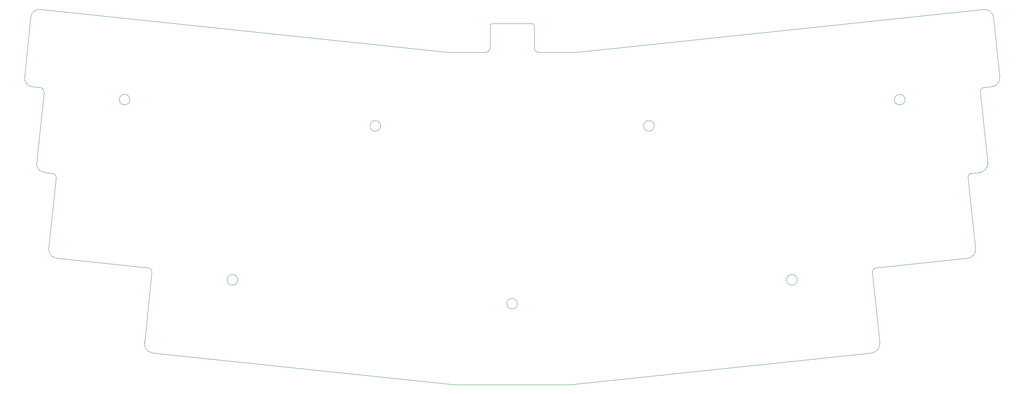
<source format=gbr>
%TF.GenerationSoftware,KiCad,Pcbnew,9.0.2*%
%TF.CreationDate,2025-07-14T20:44:15+08:00*%
%TF.ProjectId,Dimple_pcb,44696d70-6c65-45f7-9063-622e6b696361,rev?*%
%TF.SameCoordinates,Original*%
%TF.FileFunction,Profile,NP*%
%FSLAX46Y46*%
G04 Gerber Fmt 4.6, Leading zero omitted, Abs format (unit mm)*
G04 Created by KiCad (PCBNEW 9.0.2) date 2025-07-14 20:44:15*
%MOMM*%
%LPD*%
G01*
G04 APERTURE LIST*
%TA.AperFunction,Profile*%
%ADD10C,0.050000*%
%TD*%
G04 APERTURE END LIST*
D10*
X270911452Y-139383081D02*
X250212965Y-141558580D01*
X64427689Y-139383081D02*
G75*
G02*
X62647621Y-137184971I209011J1989081D01*
G01*
X64427689Y-139383081D02*
X85126175Y-141558580D01*
X86118474Y-160817807D02*
X154629545Y-168018611D01*
X154629545Y-168018611D02*
X180709595Y-168018611D01*
X232272515Y-144291269D02*
G75*
G02*
X229872515Y-144291269I-1200000J0D01*
G01*
X229872515Y-144291269D02*
G75*
G02*
X232272515Y-144291269I1200000J0D01*
G01*
X58580147Y-84761669D02*
X57157415Y-98298062D01*
X273758900Y-101779444D02*
X275436582Y-117741521D01*
X62647702Y-137184980D02*
X64325384Y-121222903D01*
X251000653Y-158619706D02*
X249322971Y-142657629D01*
X162666784Y-86693422D02*
G75*
G02*
X163166784Y-86193384I500016J22D01*
G01*
X61682545Y-119939622D02*
G75*
G02*
X59902580Y-117741523I209055J1989022D01*
G01*
X172166784Y-86193422D02*
G75*
G02*
X172666778Y-86693422I16J-499978D01*
G01*
X168866784Y-149693422D02*
G75*
G02*
X166466784Y-149693422I-1200000J0D01*
G01*
X166466784Y-149693422D02*
G75*
G02*
X168866784Y-149693422I1200000J0D01*
G01*
X199876873Y-109392537D02*
G75*
G02*
X197476873Y-109392537I-1200000J0D01*
G01*
X197476873Y-109392537D02*
G75*
G02*
X199876873Y-109392537I1200000J0D01*
G01*
X173666784Y-92693422D02*
G75*
G02*
X172666778Y-91693422I16J1000022D01*
G01*
X173666784Y-92693422D02*
X182159857Y-92693422D01*
X276758993Y-84761669D02*
X278181725Y-98298062D01*
X60690247Y-100680395D02*
G75*
G02*
X61580206Y-101779440I-104547J-994505D01*
G01*
X63435390Y-120123854D02*
G75*
G02*
X64325444Y-121222909I-104490J-994546D01*
G01*
X172166784Y-86193422D02*
X163166784Y-86193422D01*
X162666784Y-91693422D02*
G75*
G02*
X161666784Y-92693484I-1000084J22D01*
G01*
X272691439Y-137184980D02*
G75*
G02*
X270911447Y-139383036I-1989039J-209020D01*
G01*
X58937402Y-100496163D02*
X60690247Y-100680395D01*
X249322971Y-142657629D02*
G75*
G02*
X250212964Y-141558572I994529J104529D01*
G01*
X274560892Y-82981682D02*
G75*
G02*
X276759005Y-84761668I209008J-1989118D01*
G01*
X58937402Y-100496163D02*
G75*
G02*
X57157431Y-98298064I209098J1989063D01*
G01*
X251000653Y-158619706D02*
G75*
G02*
X249220671Y-160817855I-1989053J-209094D01*
G01*
X60778248Y-82981682D02*
X153179284Y-92693422D01*
X137871784Y-109398422D02*
G75*
G02*
X135471784Y-109398422I-1200000J0D01*
G01*
X135471784Y-109398422D02*
G75*
G02*
X137871784Y-109398422I1200000J0D01*
G01*
X161666784Y-92693422D02*
X153179284Y-92693422D01*
X61682545Y-119939622D02*
X63435390Y-120123854D01*
X162666784Y-86693422D02*
X162666784Y-91693422D01*
X84338487Y-158619706D02*
X86016169Y-142657629D01*
X85126175Y-141558580D02*
G75*
G02*
X86016125Y-142657624I-104575J-994520D01*
G01*
X105471784Y-144298422D02*
G75*
G02*
X103071784Y-144298422I-1200000J0D01*
G01*
X103071784Y-144298422D02*
G75*
G02*
X105471784Y-144298422I1200000J0D01*
G01*
X59902558Y-117741521D02*
X61580241Y-101779444D01*
X271013756Y-121222903D02*
G75*
G02*
X271903751Y-120123861I994544J104503D01*
G01*
X256706873Y-103432537D02*
G75*
G02*
X254306873Y-103432537I-1200000J0D01*
G01*
X254306873Y-103432537D02*
G75*
G02*
X256706873Y-103432537I1200000J0D01*
G01*
X172666784Y-86693422D02*
X172666784Y-91693422D01*
X276401738Y-100496163D02*
X274648894Y-100680395D01*
X271013756Y-121222903D02*
X272691439Y-137184980D01*
X249220666Y-160817807D02*
X180709595Y-168018611D01*
X275436582Y-117741521D02*
G75*
G02*
X273656601Y-119939680I-1989082J-209079D01*
G01*
X86118474Y-160817807D02*
G75*
G02*
X84338500Y-158619707I209026J1989007D01*
G01*
X58580147Y-84761669D02*
G75*
G02*
X60778251Y-82981649I1989053J-209031D01*
G01*
X273758900Y-101779444D02*
G75*
G02*
X274648894Y-100680396I994500J104544D01*
G01*
X81041784Y-103428422D02*
G75*
G02*
X78641784Y-103428422I-1200000J0D01*
G01*
X78641784Y-103428422D02*
G75*
G02*
X81041784Y-103428422I1200000J0D01*
G01*
X273656595Y-119939622D02*
X271903750Y-120123854D01*
X274560892Y-82981682D02*
X182159857Y-92693422D01*
X278181725Y-98298062D02*
G75*
G02*
X276401743Y-100496214I-1989125J-209038D01*
G01*
M02*

</source>
